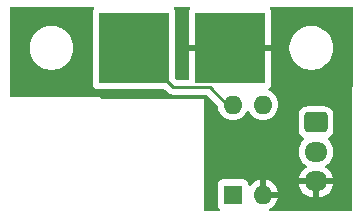
<source format=gbr>
%TF.GenerationSoftware,KiCad,Pcbnew,8.0.2-1*%
%TF.CreationDate,2024-06-03T07:21:58-07:00*%
%TF.ProjectId,Nichrome,4e696368-726f-46d6-952e-6b696361645f,rev?*%
%TF.SameCoordinates,Original*%
%TF.FileFunction,Copper,L2,Bot*%
%TF.FilePolarity,Positive*%
%FSLAX46Y46*%
G04 Gerber Fmt 4.6, Leading zero omitted, Abs format (unit mm)*
G04 Created by KiCad (PCBNEW 8.0.2-1) date 2024-06-03 07:21:58*
%MOMM*%
%LPD*%
G01*
G04 APERTURE LIST*
G04 Aperture macros list*
%AMRoundRect*
0 Rectangle with rounded corners*
0 $1 Rounding radius*
0 $2 $3 $4 $5 $6 $7 $8 $9 X,Y pos of 4 corners*
0 Add a 4 corners polygon primitive as box body*
4,1,4,$2,$3,$4,$5,$6,$7,$8,$9,$2,$3,0*
0 Add four circle primitives for the rounded corners*
1,1,$1+$1,$2,$3*
1,1,$1+$1,$4,$5*
1,1,$1+$1,$6,$7*
1,1,$1+$1,$8,$9*
0 Add four rect primitives between the rounded corners*
20,1,$1+$1,$2,$3,$4,$5,0*
20,1,$1+$1,$4,$5,$6,$7,0*
20,1,$1+$1,$6,$7,$8,$9,0*
20,1,$1+$1,$8,$9,$2,$3,0*%
G04 Aperture macros list end*
%TA.AperFunction,ComponentPad*%
%ADD10RoundRect,0.250000X-0.725000X0.600000X-0.725000X-0.600000X0.725000X-0.600000X0.725000X0.600000X0*%
%TD*%
%TA.AperFunction,ComponentPad*%
%ADD11O,1.950000X1.700000*%
%TD*%
%TA.AperFunction,ComponentPad*%
%ADD12R,6.000000X6.000000*%
%TD*%
%TA.AperFunction,ComponentPad*%
%ADD13R,1.600000X1.600000*%
%TD*%
%TA.AperFunction,ComponentPad*%
%ADD14O,1.600000X1.600000*%
%TD*%
%TA.AperFunction,Conductor*%
%ADD15C,0.250000*%
%TD*%
G04 APERTURE END LIST*
D10*
%TO.P,J1,1,Pin_1*%
%TO.N,+5V*%
X176000000Y-119500000D03*
D11*
%TO.P,J1,2,Pin_2*%
%TO.N,Signal*%
X176000000Y-122000000D03*
%TO.P,J1,3,Pin_3*%
%TO.N,GND*%
X176000000Y-124500000D03*
%TD*%
D12*
%TO.P,R1,1*%
%TO.N,Net-(R1-Pad1)*%
X160600000Y-113200000D03*
%TO.P,R1,2*%
%TO.N,GND*%
X168728000Y-113200000D03*
%TD*%
D13*
%TO.P,U1,1*%
%TO.N,Signal*%
X168960000Y-125620000D03*
D14*
%TO.P,U1,2*%
%TO.N,GND*%
X171500000Y-125620000D03*
%TO.P,U1,3*%
%TO.N,+5V*%
X171500000Y-118000000D03*
%TO.P,U1,4*%
%TO.N,Net-(R1-Pad1)*%
X168960000Y-118000000D03*
%TD*%
D15*
%TO.N,Net-(R1-Pad1)*%
X168960000Y-118500000D02*
X166985000Y-116525000D01*
X163925000Y-116525000D02*
X160600000Y-113200000D01*
X166985000Y-116525000D02*
X163925000Y-116525000D01*
%TD*%
%TA.AperFunction,Conductor*%
%TO.N,GND*%
G36*
X157168412Y-109719685D02*
G01*
X157214167Y-109772489D01*
X157224111Y-109841647D01*
X157200639Y-109898312D01*
X157156204Y-109957668D01*
X157156202Y-109957671D01*
X157105908Y-110092517D01*
X157099501Y-110152116D01*
X157099501Y-110152123D01*
X157099500Y-110152135D01*
X157099500Y-116247870D01*
X157099501Y-116247876D01*
X157105908Y-116307483D01*
X157156202Y-116442328D01*
X157156206Y-116442335D01*
X157242452Y-116557544D01*
X157242455Y-116557547D01*
X157357664Y-116643793D01*
X157357671Y-116643797D01*
X157492517Y-116694091D01*
X157492516Y-116694091D01*
X157499444Y-116694835D01*
X157552127Y-116700500D01*
X163164547Y-116700499D01*
X163231586Y-116720184D01*
X163252228Y-116736818D01*
X163436016Y-116920606D01*
X163436045Y-116920637D01*
X163526264Y-117010856D01*
X163526267Y-117010858D01*
X163577490Y-117045084D01*
X163628714Y-117079312D01*
X163709207Y-117112652D01*
X163742548Y-117126463D01*
X163802971Y-117138481D01*
X163863393Y-117150500D01*
X163863394Y-117150500D01*
X166674548Y-117150500D01*
X166741587Y-117170185D01*
X166762229Y-117186819D01*
X167630203Y-118054793D01*
X167663688Y-118116116D01*
X167666050Y-118131665D01*
X167674364Y-118226687D01*
X167674366Y-118226697D01*
X167733258Y-118446488D01*
X167733261Y-118446497D01*
X167829431Y-118652732D01*
X167829432Y-118652734D01*
X167959954Y-118839141D01*
X168120858Y-119000045D01*
X168120861Y-119000047D01*
X168307266Y-119130568D01*
X168513504Y-119226739D01*
X168733308Y-119285635D01*
X168895230Y-119299801D01*
X168959998Y-119305468D01*
X168960000Y-119305468D01*
X168960002Y-119305468D01*
X169016673Y-119300509D01*
X169186692Y-119285635D01*
X169406496Y-119226739D01*
X169612734Y-119130568D01*
X169799139Y-119000047D01*
X169960047Y-118839139D01*
X170090568Y-118652734D01*
X170117618Y-118594724D01*
X170163790Y-118542285D01*
X170230983Y-118523133D01*
X170297865Y-118543348D01*
X170342382Y-118594725D01*
X170369429Y-118652728D01*
X170369432Y-118652734D01*
X170499954Y-118839141D01*
X170660858Y-119000045D01*
X170660861Y-119000047D01*
X170847266Y-119130568D01*
X171053504Y-119226739D01*
X171273308Y-119285635D01*
X171435230Y-119299801D01*
X171499998Y-119305468D01*
X171500000Y-119305468D01*
X171500002Y-119305468D01*
X171556673Y-119300509D01*
X171726692Y-119285635D01*
X171946496Y-119226739D01*
X172152734Y-119130568D01*
X172339139Y-119000047D01*
X172489203Y-118849983D01*
X174524500Y-118849983D01*
X174524500Y-120150001D01*
X174524501Y-120150018D01*
X174535000Y-120252796D01*
X174535001Y-120252799D01*
X174590185Y-120419331D01*
X174590187Y-120419336D01*
X174682289Y-120568657D01*
X174806344Y-120692712D01*
X174961120Y-120788178D01*
X175007845Y-120840126D01*
X175019068Y-120909088D01*
X174991224Y-120973171D01*
X174983706Y-120981398D01*
X174844889Y-121120215D01*
X174719951Y-121292179D01*
X174623444Y-121481585D01*
X174557753Y-121683760D01*
X174524500Y-121893713D01*
X174524500Y-122106286D01*
X174557753Y-122316239D01*
X174623444Y-122518414D01*
X174719951Y-122707820D01*
X174844890Y-122879786D01*
X174995209Y-123030105D01*
X174995214Y-123030109D01*
X175160218Y-123149991D01*
X175202884Y-123205320D01*
X175208863Y-123274934D01*
X175176258Y-123336729D01*
X175160218Y-123350627D01*
X174995540Y-123470272D01*
X174995535Y-123470276D01*
X174845276Y-123620535D01*
X174845272Y-123620540D01*
X174720379Y-123792442D01*
X174623904Y-123981782D01*
X174558242Y-124183870D01*
X174558242Y-124183873D01*
X174547769Y-124250000D01*
X175595854Y-124250000D01*
X175557370Y-124316657D01*
X175525000Y-124437465D01*
X175525000Y-124562535D01*
X175557370Y-124683343D01*
X175595854Y-124750000D01*
X174547769Y-124750000D01*
X174558242Y-124816126D01*
X174558242Y-124816129D01*
X174623904Y-125018217D01*
X174720379Y-125207557D01*
X174845272Y-125379459D01*
X174845276Y-125379464D01*
X174995535Y-125529723D01*
X174995540Y-125529727D01*
X175167442Y-125654620D01*
X175356782Y-125751095D01*
X175558872Y-125816757D01*
X175750000Y-125847029D01*
X175750000Y-124904145D01*
X175816657Y-124942630D01*
X175937465Y-124975000D01*
X176062535Y-124975000D01*
X176183343Y-124942630D01*
X176250000Y-124904145D01*
X176250000Y-125847028D01*
X176441127Y-125816757D01*
X176643217Y-125751095D01*
X176832557Y-125654620D01*
X177004459Y-125529727D01*
X177004464Y-125529723D01*
X177154723Y-125379464D01*
X177154727Y-125379459D01*
X177279620Y-125207557D01*
X177376095Y-125018217D01*
X177441757Y-124816129D01*
X177441757Y-124816126D01*
X177452231Y-124750000D01*
X176404146Y-124750000D01*
X176442630Y-124683343D01*
X176475000Y-124562535D01*
X176475000Y-124437465D01*
X176442630Y-124316657D01*
X176404146Y-124250000D01*
X177452231Y-124250000D01*
X177441757Y-124183873D01*
X177441757Y-124183870D01*
X177376095Y-123981782D01*
X177279620Y-123792442D01*
X177154727Y-123620540D01*
X177154723Y-123620535D01*
X177004464Y-123470276D01*
X177004459Y-123470272D01*
X176839781Y-123350627D01*
X176797115Y-123295297D01*
X176791136Y-123225684D01*
X176823741Y-123163889D01*
X176839776Y-123149994D01*
X177004792Y-123030104D01*
X177155104Y-122879792D01*
X177155106Y-122879788D01*
X177155109Y-122879786D01*
X177280048Y-122707820D01*
X177280047Y-122707820D01*
X177280051Y-122707816D01*
X177376557Y-122518412D01*
X177442246Y-122316243D01*
X177475500Y-122106287D01*
X177475500Y-121893713D01*
X177442246Y-121683757D01*
X177376557Y-121481588D01*
X177280051Y-121292184D01*
X177280049Y-121292181D01*
X177280048Y-121292179D01*
X177155109Y-121120213D01*
X177016294Y-120981398D01*
X176982809Y-120920075D01*
X176987793Y-120850383D01*
X177029665Y-120794450D01*
X177038879Y-120788178D01*
X177044331Y-120784814D01*
X177044334Y-120784814D01*
X177193656Y-120692712D01*
X177317712Y-120568656D01*
X177409814Y-120419334D01*
X177464999Y-120252797D01*
X177475500Y-120150009D01*
X177475499Y-118849992D01*
X177464999Y-118747203D01*
X177409814Y-118580666D01*
X177317712Y-118431344D01*
X177193656Y-118307288D01*
X177100888Y-118250069D01*
X177044336Y-118215187D01*
X177044331Y-118215185D01*
X177042862Y-118214698D01*
X176877797Y-118160001D01*
X176877795Y-118160000D01*
X176775010Y-118149500D01*
X175224998Y-118149500D01*
X175224981Y-118149501D01*
X175122203Y-118160000D01*
X175122200Y-118160001D01*
X174955668Y-118215185D01*
X174955663Y-118215187D01*
X174806342Y-118307289D01*
X174682289Y-118431342D01*
X174590187Y-118580663D01*
X174590186Y-118580666D01*
X174535001Y-118747203D01*
X174535001Y-118747204D01*
X174535000Y-118747204D01*
X174524500Y-118849983D01*
X172489203Y-118849983D01*
X172500047Y-118839139D01*
X172630568Y-118652734D01*
X172726739Y-118446496D01*
X172785635Y-118226692D01*
X172805468Y-118000000D01*
X172785635Y-117773308D01*
X172726739Y-117553504D01*
X172630568Y-117347266D01*
X172500047Y-117160861D01*
X172500045Y-117160858D01*
X172339141Y-116999954D01*
X172152734Y-116869432D01*
X172152732Y-116869431D01*
X172041812Y-116817708D01*
X171989373Y-116771535D01*
X171970221Y-116704342D01*
X171990437Y-116637461D01*
X172019906Y-116606059D01*
X172085191Y-116557186D01*
X172171350Y-116442093D01*
X172171354Y-116442086D01*
X172221596Y-116307379D01*
X172221598Y-116307372D01*
X172227999Y-116247844D01*
X172228000Y-116247827D01*
X172228000Y-113450000D01*
X170308348Y-113450000D01*
X170328000Y-113325923D01*
X170328000Y-113078711D01*
X173749500Y-113078711D01*
X173749500Y-113321288D01*
X173781161Y-113561785D01*
X173843947Y-113796104D01*
X173936773Y-114020205D01*
X173936777Y-114020214D01*
X173958974Y-114058661D01*
X174058064Y-114230289D01*
X174058066Y-114230292D01*
X174058067Y-114230293D01*
X174205733Y-114422736D01*
X174205739Y-114422743D01*
X174377256Y-114594260D01*
X174377262Y-114594265D01*
X174569711Y-114741936D01*
X174779788Y-114863224D01*
X175003900Y-114956054D01*
X175238211Y-115018838D01*
X175418586Y-115042584D01*
X175478711Y-115050500D01*
X175478712Y-115050500D01*
X175721289Y-115050500D01*
X175769388Y-115044167D01*
X175961789Y-115018838D01*
X176196100Y-114956054D01*
X176420212Y-114863224D01*
X176630289Y-114741936D01*
X176822738Y-114594265D01*
X176994265Y-114422738D01*
X177141936Y-114230289D01*
X177263224Y-114020212D01*
X177356054Y-113796100D01*
X177418838Y-113561789D01*
X177450500Y-113321288D01*
X177450500Y-113078712D01*
X177418838Y-112838211D01*
X177356054Y-112603900D01*
X177263224Y-112379788D01*
X177141936Y-112169711D01*
X176994265Y-111977262D01*
X176994260Y-111977256D01*
X176822743Y-111805739D01*
X176822736Y-111805733D01*
X176630293Y-111658067D01*
X176630292Y-111658066D01*
X176630289Y-111658064D01*
X176420212Y-111536776D01*
X176420205Y-111536773D01*
X176196104Y-111443947D01*
X175961785Y-111381161D01*
X175721289Y-111349500D01*
X175721288Y-111349500D01*
X175478712Y-111349500D01*
X175478711Y-111349500D01*
X175238214Y-111381161D01*
X175003895Y-111443947D01*
X174779794Y-111536773D01*
X174779785Y-111536777D01*
X174569706Y-111658067D01*
X174377263Y-111805733D01*
X174377256Y-111805739D01*
X174205739Y-111977256D01*
X174205733Y-111977263D01*
X174058067Y-112169706D01*
X173936777Y-112379785D01*
X173936773Y-112379794D01*
X173843947Y-112603895D01*
X173781161Y-112838214D01*
X173749500Y-113078711D01*
X170328000Y-113078711D01*
X170328000Y-113074077D01*
X170308348Y-112950000D01*
X172228000Y-112950000D01*
X172228000Y-110152172D01*
X172227999Y-110152155D01*
X172221598Y-110092627D01*
X172221596Y-110092620D01*
X172171354Y-109957913D01*
X172171350Y-109957906D01*
X172126737Y-109898311D01*
X172102319Y-109832847D01*
X172117170Y-109764574D01*
X172166575Y-109715168D01*
X172226003Y-109700000D01*
X178975785Y-109700000D01*
X179042824Y-109719685D01*
X179088579Y-109772489D01*
X179099784Y-109824213D01*
X179076328Y-123350627D01*
X179070214Y-126876548D01*
X179050413Y-126943553D01*
X178997530Y-126989217D01*
X178946549Y-127000333D01*
X172136085Y-127018755D01*
X172068993Y-126999251D01*
X172023095Y-126946571D01*
X172012965Y-126877440D01*
X172041818Y-126813806D01*
X172083346Y-126782373D01*
X172152479Y-126750135D01*
X172152481Y-126750134D01*
X172338820Y-126619657D01*
X172499657Y-126458820D01*
X172630134Y-126272482D01*
X172726265Y-126066326D01*
X172726269Y-126066317D01*
X172778872Y-125870000D01*
X171815686Y-125870000D01*
X171820080Y-125865606D01*
X171872741Y-125774394D01*
X171900000Y-125672661D01*
X171900000Y-125567339D01*
X171872741Y-125465606D01*
X171820080Y-125374394D01*
X171815686Y-125370000D01*
X172778872Y-125370000D01*
X172778872Y-125369999D01*
X172726269Y-125173682D01*
X172726265Y-125173673D01*
X172630134Y-124967517D01*
X172499657Y-124781179D01*
X172338820Y-124620342D01*
X172152482Y-124489865D01*
X171946328Y-124393734D01*
X171750000Y-124341127D01*
X171750000Y-125304314D01*
X171745606Y-125299920D01*
X171654394Y-125247259D01*
X171552661Y-125220000D01*
X171447339Y-125220000D01*
X171345606Y-125247259D01*
X171254394Y-125299920D01*
X171250000Y-125304314D01*
X171250000Y-124341127D01*
X171053671Y-124393734D01*
X170847517Y-124489865D01*
X170661179Y-124620342D01*
X170500339Y-124781182D01*
X170482806Y-124806222D01*
X170428229Y-124849845D01*
X170358730Y-124857037D01*
X170296376Y-124825513D01*
X170260963Y-124765283D01*
X170257943Y-124748349D01*
X170254091Y-124712516D01*
X170203797Y-124577671D01*
X170203793Y-124577664D01*
X170117547Y-124462455D01*
X170117544Y-124462452D01*
X170002335Y-124376206D01*
X170002328Y-124376202D01*
X169867482Y-124325908D01*
X169867483Y-124325908D01*
X169807883Y-124319501D01*
X169807881Y-124319500D01*
X169807873Y-124319500D01*
X169807864Y-124319500D01*
X168112129Y-124319500D01*
X168112123Y-124319501D01*
X168052516Y-124325908D01*
X167917671Y-124376202D01*
X167917664Y-124376206D01*
X167802455Y-124462452D01*
X167802452Y-124462455D01*
X167716206Y-124577664D01*
X167716202Y-124577671D01*
X167665908Y-124712517D01*
X167659501Y-124772116D01*
X167659500Y-124772135D01*
X167659500Y-126467870D01*
X167659501Y-126467876D01*
X167665908Y-126527483D01*
X167716202Y-126662328D01*
X167716206Y-126662335D01*
X167802451Y-126777543D01*
X167802452Y-126777544D01*
X167802454Y-126777546D01*
X167842205Y-126807303D01*
X167884075Y-126863236D01*
X167889059Y-126932928D01*
X167855574Y-126994251D01*
X167794251Y-127027735D01*
X167768228Y-127030569D01*
X166624335Y-127033663D01*
X166557243Y-127014159D01*
X166511345Y-126961479D01*
X166500000Y-126909663D01*
X166500000Y-117500000D01*
X157878202Y-117484227D01*
X157811199Y-117464420D01*
X157767310Y-117415259D01*
X157762365Y-117405275D01*
X157734000Y-117348000D01*
X150224000Y-117348000D01*
X150156961Y-117328315D01*
X150111206Y-117275511D01*
X150100000Y-117224000D01*
X150100000Y-113078711D01*
X151749500Y-113078711D01*
X151749500Y-113321288D01*
X151781161Y-113561785D01*
X151843947Y-113796104D01*
X151936773Y-114020205D01*
X151936777Y-114020214D01*
X151958974Y-114058661D01*
X152058064Y-114230289D01*
X152058066Y-114230292D01*
X152058067Y-114230293D01*
X152205733Y-114422736D01*
X152205739Y-114422743D01*
X152377256Y-114594260D01*
X152377262Y-114594265D01*
X152569711Y-114741936D01*
X152779788Y-114863224D01*
X153003900Y-114956054D01*
X153238211Y-115018838D01*
X153418586Y-115042584D01*
X153478711Y-115050500D01*
X153478712Y-115050500D01*
X153721289Y-115050500D01*
X153769388Y-115044167D01*
X153961789Y-115018838D01*
X154196100Y-114956054D01*
X154420212Y-114863224D01*
X154630289Y-114741936D01*
X154822738Y-114594265D01*
X154994265Y-114422738D01*
X155141936Y-114230289D01*
X155263224Y-114020212D01*
X155356054Y-113796100D01*
X155418838Y-113561789D01*
X155450500Y-113321288D01*
X155450500Y-113078712D01*
X155418838Y-112838211D01*
X155356054Y-112603900D01*
X155263224Y-112379788D01*
X155141936Y-112169711D01*
X154994265Y-111977262D01*
X154994260Y-111977256D01*
X154822743Y-111805739D01*
X154822736Y-111805733D01*
X154630293Y-111658067D01*
X154630292Y-111658066D01*
X154630289Y-111658064D01*
X154420212Y-111536776D01*
X154420205Y-111536773D01*
X154196104Y-111443947D01*
X153961785Y-111381161D01*
X153721289Y-111349500D01*
X153721288Y-111349500D01*
X153478712Y-111349500D01*
X153478711Y-111349500D01*
X153238214Y-111381161D01*
X153003895Y-111443947D01*
X152779794Y-111536773D01*
X152779785Y-111536777D01*
X152569706Y-111658067D01*
X152377263Y-111805733D01*
X152377256Y-111805739D01*
X152205739Y-111977256D01*
X152205733Y-111977263D01*
X152058067Y-112169706D01*
X151936777Y-112379785D01*
X151936773Y-112379794D01*
X151843947Y-112603895D01*
X151781161Y-112838214D01*
X151749500Y-113078711D01*
X150100000Y-113078711D01*
X150100000Y-109824000D01*
X150119685Y-109756961D01*
X150172489Y-109711206D01*
X150224000Y-109700000D01*
X157101373Y-109700000D01*
X157168412Y-109719685D01*
G37*
%TD.AperFunction*%
%TA.AperFunction,Conductor*%
G36*
X165297036Y-109719685D02*
G01*
X165342791Y-109772489D01*
X165352735Y-109841647D01*
X165329263Y-109898311D01*
X165284649Y-109957906D01*
X165284645Y-109957913D01*
X165234403Y-110092620D01*
X165234401Y-110092627D01*
X165228000Y-110152155D01*
X165228000Y-112950000D01*
X167147652Y-112950000D01*
X167128000Y-113074077D01*
X167128000Y-113325923D01*
X167147652Y-113450000D01*
X165228000Y-113450000D01*
X165228000Y-115775500D01*
X165208315Y-115842539D01*
X165155511Y-115888294D01*
X165104000Y-115899500D01*
X164235452Y-115899500D01*
X164168413Y-115879815D01*
X164147771Y-115863181D01*
X164136818Y-115852228D01*
X164103333Y-115790905D01*
X164100499Y-115764547D01*
X164100499Y-110152129D01*
X164100498Y-110152123D01*
X164100497Y-110152116D01*
X164094091Y-110092517D01*
X164043884Y-109957906D01*
X164043797Y-109957671D01*
X164043795Y-109957668D01*
X163999361Y-109898312D01*
X163974943Y-109832847D01*
X163989794Y-109764574D01*
X164039199Y-109715168D01*
X164098627Y-109700000D01*
X165229997Y-109700000D01*
X165297036Y-109719685D01*
G37*
%TD.AperFunction*%
%TD*%
M02*

</source>
